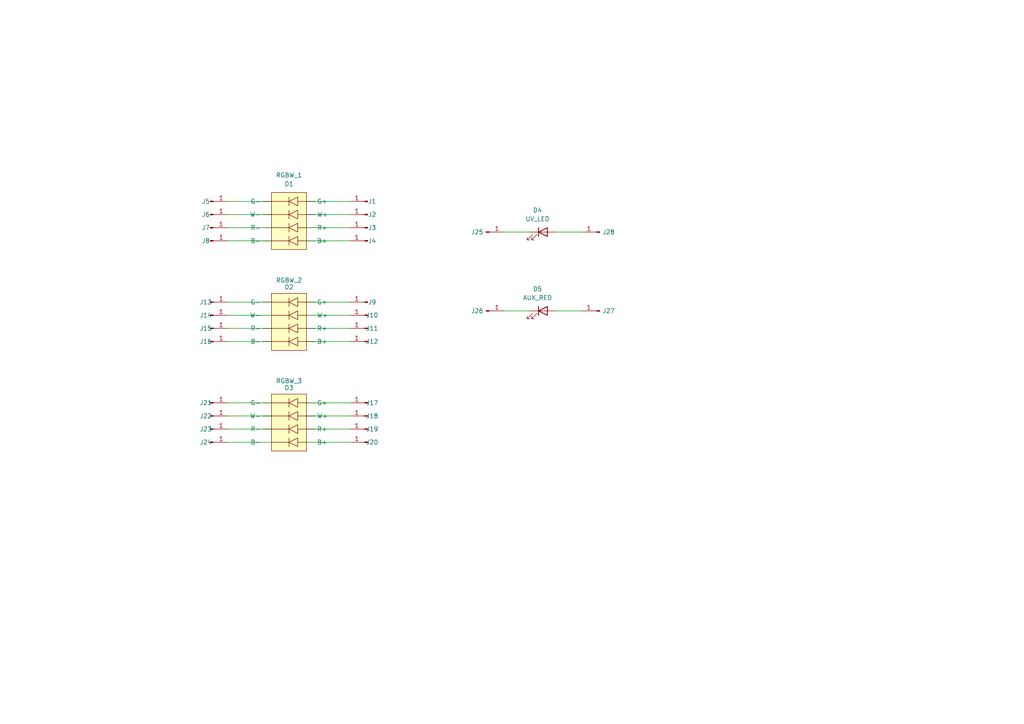
<source format=kicad_sch>
(kicad_sch (version 20230121) (generator eeschema)
  (paper "A4")
  (lib_symbols
    (symbol "Connector:Conn_01x01_Pin" (pin_names (offset 1.016) hide)
      (property "Reference" "J" (at 0 2.54 0))
      (property "Value" "Conn_01x01_Pin" (at 0 -2.54 0))
      (symbol "Conn_01x01_Pin_1_1"
        (polyline (pts (xy 1.27 0) (xy 0.8636 0)) (stroke (width 0.1524)))
        (rectangle (start 0.8636 0.127) (end 0 -0.127) (stroke (width 0.1524)) (fill (type outline)))
        (pin passive line (at 5.08 0 180) (length 3.81) (name "Pin_1") (number "1"))
      )
    )
    (symbol "Device:LED" (pin_numbers hide) (pin_names (offset 1.016) hide)
      (property "Reference" "D" (at 0 2.54 0))
      (property "Value" "LED" (at 0 -2.54 0))
      (symbol "LED_0_1"
        (polyline (pts (xy -1.27 -1.27) (xy -1.27 1.27)) (stroke (width 0.254)))
        (polyline (pts (xy -1.27 0) (xy 1.27 0)))
        (polyline (pts (xy 1.27 -1.27) (xy 1.27 1.27) (xy -1.27 0) (xy 1.27 -1.27)) (stroke (width 0.254)))
        (polyline (pts (xy -3.048 -0.762) (xy -4.572 -2.286) (xy -3.81 -2.286) (xy -4.572 -2.286) (xy -4.572 -1.524)))
        (polyline (pts (xy -1.778 -0.762) (xy -3.302 -2.286) (xy -2.54 -2.286) (xy -3.302 -2.286) (xy -3.302 -1.524)))
      )
      (symbol "LED_1_1"
        (pin passive line (at -3.81 0 0) (length 2.54) (name "K") (number "1"))
        (pin passive line (at 3.81 0 180) (length 2.54) (name "A") (number "2"))
      )
    )
    (symbol "LED_RGBW_1" (pin_numbers hide)
      (property "Reference" "D" (at 6.35 0 0))
      (symbol "LED_RGBW_1_0_1"
        (polyline (pts (xy 1.27 -3.81) (xy 6.35 -3.81)))
        (polyline (pts (xy 6.35 -16.51) (xy 6.35 -13.97)))
        (polyline (pts (xy 6.35 -15.24) (xy 1.27 -15.24)))
        (polyline (pts (xy 6.35 -12.7) (xy 6.35 -10.16)))
        (polyline (pts (xy 6.35 -11.43) (xy 1.27 -11.43)))
        (polyline (pts (xy 6.35 -8.89) (xy 6.35 -6.35)))
        (polyline (pts (xy 6.35 -7.62) (xy 1.27 -7.62)))
        (polyline (pts (xy 6.35 -5.08) (xy 6.35 -2.54)))
        (polyline (pts (xy 8.89 -7.62) (xy 8.89 -7.62)))
        (polyline (pts (xy 8.89 -3.81) (xy 11.43 -3.81)))
        (polyline (pts (xy 11.43 -15.24) (xy 8.89 -15.24)))
        (polyline (pts (xy 11.43 -11.43) (xy 8.89 -11.43)))
        (polyline (pts (xy 11.43 -7.62) (xy 8.89 -7.62)))
        (polyline (pts (xy 8.89 -13.97) (xy 6.35 -15.24) (xy 8.89 -16.51) (xy 8.89 -13.97)))
        (polyline (pts (xy 8.89 -10.16) (xy 6.35 -11.43) (xy 8.89 -12.7) (xy 8.89 -10.16)))
        (polyline (pts (xy 8.89 -6.35) (xy 6.35 -7.62) (xy 8.89 -8.89) (xy 8.89 -6.35)))
        (polyline (pts (xy 8.89 -2.54) (xy 6.35 -3.81) (xy 8.89 -5.08) (xy 8.89 -2.54)))
      )
      (symbol "LED_RGBW_1_1_1"
        (rectangle (start 1.27 -1.27) (end 11.43 -17.78) (fill (type background)))
        (pin input line (at 11.43 -3.81 0) (length 2.54) (name "G+") (number "1"))
        (pin input line (at 11.43 -7.62 0) (length 2.54) (name "W+") (number "2"))
        (pin input line (at 11.43 -11.43 0) (length 2.54) (name "R+") (number "3"))
        (pin input line (at 11.43 -15.24 0) (length 2.54) (name "B+") (number "4"))
        (pin output line (at 1.27 -3.81 180) (length 2.54) (name "G-") (number "5"))
        (pin output line (at 1.27 -7.62 180) (length 2.54) (name "W-") (number "6"))
        (pin output line (at 1.27 -11.43 180) (length 2.54) (name "R-") (number "7"))
        (pin output line (at 1.27 -15.24 180) (length 2.54) (name "B-") (number "8"))
      )
    )
    (symbol "LED_RGBW_2" (pin_numbers hide)
      (property "Reference" "D" (at 6.35 0 0))
      (symbol "LED_RGBW_2_0_1"
        (polyline (pts (xy 1.27 -3.81) (xy 6.35 -3.81)))
        (polyline (pts (xy 6.35 -16.51) (xy 6.35 -13.97)))
        (polyline (pts (xy 6.35 -15.24) (xy 1.27 -15.24)))
        (polyline (pts (xy 6.35 -12.7) (xy 6.35 -10.16)))
        (polyline (pts (xy 6.35 -11.43) (xy 1.27 -11.43)))
        (polyline (pts (xy 6.35 -8.89) (xy 6.35 -6.35)))
        (polyline (pts (xy 6.35 -7.62) (xy 1.27 -7.62)))
        (polyline (pts (xy 6.35 -5.08) (xy 6.35 -2.54)))
        (polyline (pts (xy 8.89 -7.62) (xy 8.89 -7.62)))
        (polyline (pts (xy 8.89 -3.81) (xy 11.43 -3.81)))
        (polyline (pts (xy 11.43 -15.24) (xy 8.89 -15.24)))
        (polyline (pts (xy 11.43 -11.43) (xy 8.89 -11.43)))
        (polyline (pts (xy 11.43 -7.62) (xy 8.89 -7.62)))
        (polyline (pts (xy 8.89 -13.97) (xy 6.35 -15.24) (xy 8.89 -16.51) (xy 8.89 -13.97)))
        (polyline (pts (xy 8.89 -10.16) (xy 6.35 -11.43) (xy 8.89 -12.7) (xy 8.89 -10.16)))
        (polyline (pts (xy 8.89 -6.35) (xy 6.35 -7.62) (xy 8.89 -8.89) (xy 8.89 -6.35)))
        (polyline (pts (xy 8.89 -2.54) (xy 6.35 -3.81) (xy 8.89 -5.08) (xy 8.89 -2.54)))
      )
      (symbol "LED_RGBW_2_1_1"
        (rectangle (start 1.27 -1.27) (end 11.43 -17.78) (fill (type background)))
        (pin input line (at 11.43 -3.81 0) (length 2.54) (name "G+") (number "1"))
        (pin input line (at 11.43 -7.62 0) (length 2.54) (name "W+") (number "2"))
        (pin input line (at 11.43 -11.43 0) (length 2.54) (name "R+") (number "3"))
        (pin input line (at 11.43 -15.24 0) (length 2.54) (name "B+") (number "4"))
        (pin output line (at 1.27 -3.81 180) (length 2.54) (name "G-") (number "5"))
        (pin output line (at 1.27 -7.62 180) (length 2.54) (name "W-") (number "6"))
        (pin output line (at 1.27 -11.43 180) (length 2.54) (name "R-") (number "7"))
        (pin output line (at 1.27 -15.24 180) (length 2.54) (name "B-") (number "8"))
      )
    )
  )
  (wire (pts (xy 78.74 87.63) (xy 66.04 87.63)))
  (wire (pts (xy 78.74 62.23) (xy 66.04 62.23)))
  (wire (pts (xy 78.74 99.06) (xy 66.04 99.06)))
  (wire (pts (xy 146.05 67.31) (xy 153.67 67.31)))
  (wire (pts (xy 78.74 128.27) (xy 66.04 128.27)))
  (wire (pts (xy 88.9 91.44) (xy 101.6 91.44)))
  (wire (pts (xy 78.74 95.25) (xy 66.04 95.25)))
  (wire (pts (xy 78.74 116.84) (xy 66.04 116.84)))
  (wire (pts (xy 88.9 62.23) (xy 101.6 62.23)))
  (wire (pts (xy 168.91 67.31) (xy 161.29 67.31)))
  (wire (pts (xy 88.9 95.25) (xy 101.6 95.25)))
  (wire (pts (xy 168.91 90.17) (xy 161.29 90.17)))
  (wire (pts (xy 88.9 128.27) (xy 101.6 128.27)))
  (wire (pts (xy 88.9 99.06) (xy 101.6 99.06)))
  (wire (pts (xy 78.74 120.65) (xy 66.04 120.65)))
  (wire (pts (xy 146.05 90.17) (xy 153.67 90.17)))
  (wire (pts (xy 78.74 69.85) (xy 66.04 69.85)))
  (wire (pts (xy 88.9 66.04) (xy 101.6 66.04)))
  (wire (pts (xy 78.74 91.44) (xy 66.04 91.44)))
  (wire (pts (xy 88.9 120.65) (xy 101.6 120.65)))
  (wire (pts (xy 78.74 124.46) (xy 66.04 124.46)))
  (wire (pts (xy 88.9 87.63) (xy 101.6 87.63)))
  (wire (pts (xy 88.9 116.84) (xy 101.6 116.84)))
  (wire (pts (xy 78.74 66.04) (xy 66.04 66.04)))
  (wire (pts (xy 88.9 124.46) (xy 101.6 124.46)))
  (wire (pts (xy 88.9 58.42) (xy 101.6 58.42)))
  (wire (pts (xy 78.74 58.42) (xy 66.04 58.42)))
  (wire (pts (xy 88.9 69.85) (xy 101.6 69.85)))
  (symbol (lib_id "Connector:Conn_01x01_Pin") (at 106.68 95.25 0) (mirror y) (unit 1)
    (property "Reference" "J11" (at 107.95 95.25 0))
    (property "Value" "R2+" (effects hide))
    (property "Footprint" "my_library:LED_Pad" (effects hide))
  )
  (symbol (lib_id "Connector:Conn_01x01_Pin") (at 60.96 62.23 0) (unit 1)
    (property "Reference" "J6" (at 59.69 62.23 0))
    (property "Value" "W1-" (effects hide))
    (property "Footprint" "my_library:LED_Pad" (effects hide))
  )
  (symbol (lib_id "Connector:Conn_01x01_Pin") (at 60.96 99.06 0) (unit 1)
    (property "Reference" "J16" (at 59.69 99.06 0))
    (property "Value" "B2-" (effects hide))
    (property "Footprint" "my_library:LED_Pad" (effects hide))
  )
  (symbol (lib_id "Connector:Conn_01x01_Pin") (at 60.96 116.84 0) (unit 1)
    (property "Reference" "J21" (at 59.69 116.84 0))
    (property "Value" "G3-" (effects hide))
    (property "Footprint" "my_library:LED_Pad" (effects hide))
  )
  (symbol (lib_id "Connector:Conn_01x01_Pin") (at 173.99 90.17 0) (mirror y) (unit 1)
    (property "Reference" "J27" (at 176.53 90.17 0))
    (property "Value" "A_R+" (effects hide))
    (property "Footprint" "my_library:LED_Pad" (effects hide))
  )
  (symbol (lib_id "Connector:Conn_01x01_Pin") (at 60.96 95.25 0) (unit 1)
    (property "Reference" "J15" (at 59.69 95.25 0))
    (property "Value" "R2-" (effects hide))
    (property "Footprint" "my_library:LED_Pad" (effects hide))
  )
  (symbol (lib_id "Connector:Conn_01x01_Pin") (at 60.96 91.44 0) (unit 1)
    (property "Reference" "J14" (at 59.69 91.44 0))
    (property "Value" "W2-" (effects hide))
    (property "Footprint" "my_library:LED_Pad" (effects hide))
  )
  (symbol (lib_id "Connector:Conn_01x01_Pin") (at 140.97 67.31 0) (unit 1)
    (property "Reference" "J25" (at 138.43 67.31 0))
    (property "Value" "UV-" (effects hide))
    (property "Footprint" "my_library:LED_Pad" (effects hide))
  )
  (symbol (lib_id "Connector:Conn_01x01_Pin") (at 106.68 116.84 0) (mirror y) (unit 1)
    (property "Reference" "J17" (at 107.95 116.84 0))
    (property "Value" "G3+" (effects hide))
    (property "Footprint" "my_library:LED_Pad" (effects hide))
  )
  (symbol (lib_id "Connector:Conn_01x01_Pin") (at 106.68 58.42 0) (mirror y) (unit 1)
    (property "Reference" "J1" (at 107.95 58.42 0))
    (property "Value" "G1+" (effects hide))
    (property "Footprint" "my_library:LED_Pad" (effects hide))
  )
  (symbol (lib_id "Connector:Conn_01x01_Pin") (at 106.68 99.06 0) (mirror y) (unit 1)
    (property "Reference" "J12" (at 107.95 99.06 0))
    (property "Value" "B2+" (effects hide))
    (property "Footprint" "my_library:LED_Pad" (effects hide))
  )
  (symbol (lib_id "Connector:Conn_01x01_Pin") (at 60.96 124.46 0) (unit 1)
    (property "Reference" "J23" (at 59.69 124.46 0))
    (property "Value" "R3-" (effects hide))
    (property "Footprint" "my_library:LED_Pad" (effects hide))
  )
  (symbol (lib_id "Connector:Conn_01x01_Pin") (at 106.68 69.85 0) (mirror y) (unit 1)
    (property "Reference" "J4" (at 107.95 69.85 0))
    (property "Value" "B1+" (effects hide))
    (property "Footprint" "my_library:LED_Pad" (effects hide))
  )
  (symbol (lib_id "Connector:Conn_01x01_Pin") (at 106.68 87.63 0) (mirror y) (unit 1)
    (property "Reference" "J9" (at 107.95 87.63 0))
    (property "Value" "G2+" (effects hide))
    (property "Footprint" "my_library:LED_Pad" (effects hide))
  )
  (symbol (lib_id "Connector:Conn_01x01_Pin") (at 106.68 128.27 0) (mirror y) (unit 1)
    (property "Reference" "J20" (at 107.95 128.27 0))
    (property "Value" "B3+" (effects hide))
    (property "Footprint" "my_library:LED_Pad" (effects hide))
  )
  (symbol (lib_name "LED_RGBW_2") (lib_id "Custom:LED_RGBW") (at 77.47 83.82 0) (unit 1)
    (property "Reference" "D2" (at 83.82 82.55 0) (effects (justify top)))
    (property "Value" "RGBW_2" (at 83.82 81.28 0))
    (property "Footprint" "my_library:LED_SOIC_RGBW" (effects hide))
  )
  (symbol (lib_id "Connector:Conn_01x01_Pin") (at 106.68 62.23 0) (mirror y) (unit 1)
    (property "Reference" "J2" (at 107.95 62.23 0))
    (property "Value" "W1+" (effects hide))
    (property "Footprint" "my_library:LED_Pad" (effects hide))
  )
  (symbol (lib_id "Connector:Conn_01x01_Pin") (at 60.96 128.27 0) (unit 1)
    (property "Reference" "J24" (at 59.69 128.27 0))
    (property "Value" "B3-" (effects hide))
    (property "Footprint" "my_library:LED_Pad" (effects hide))
  )
  (symbol (lib_id "Connector:Conn_01x01_Pin") (at 106.68 91.44 0) (mirror y) (unit 1)
    (property "Reference" "J10" (at 107.95 91.44 0))
    (property "Value" "W2+" (effects hide))
    (property "Footprint" "my_library:LED_Pad" (effects hide))
  )
  (symbol (lib_id "Connector:Conn_01x01_Pin") (at 173.99 67.31 0) (mirror y) (unit 1)
    (property "Reference" "J28" (at 176.53 67.31 0))
    (property "Value" "UV+" (effects hide))
    (property "Footprint" "my_library:LED_Pad" (effects hide))
  )
  (symbol (lib_id "Connector:Conn_01x01_Pin") (at 106.68 120.65 0) (mirror y) (unit 1)
    (property "Reference" "J18" (at 107.95 120.65 0))
    (property "Value" "W3+" (effects hide))
    (property "Footprint" "my_library:LED_Pad" (effects hide))
  )
  (symbol (lib_id "Connector:Conn_01x01_Pin") (at 60.96 120.65 0) (unit 1)
    (property "Reference" "J22" (at 59.69 120.65 0))
    (property "Value" "W3-" (effects hide))
    (property "Footprint" "my_library:LED_Pad" (effects hide))
  )
  (symbol (lib_id "Connector:Conn_01x01_Pin") (at 60.96 66.04 0) (unit 1)
    (property "Reference" "J7" (at 59.69 66.04 0))
    (property "Value" "R1-" (effects hide))
    (property "Footprint" "my_library:LED_Pad" (effects hide))
  )
  (symbol (lib_id "Device:LED") (at 157.48 67.31 0) (unit 1)
    (property "Reference" "D4" (at 155.8925 60.96 0))
    (property "Value" "UV_LED" (at 155.8925 63.5 0))
    (property "Footprint" "my_library:Red_LED_5W" (effects hide))
  )
  (symbol (lib_id "Connector:Conn_01x01_Pin") (at 106.68 66.04 0) (mirror y) (unit 1)
    (property "Reference" "J3" (at 107.95 66.04 0))
    (property "Value" "R1+" (effects hide))
    (property "Footprint" "my_library:LED_Pad" (effects hide))
  )
  (symbol (lib_id "Connector:Conn_01x01_Pin") (at 60.96 69.85 0) (unit 1)
    (property "Reference" "J8" (at 59.69 69.85 0))
    (property "Value" "B1-" (effects hide))
    (property "Footprint" "my_library:LED_Pad" (effects hide))
  )
  (symbol (lib_id "Device:LED") (at 157.48 90.17 0) (unit 1)
    (property "Reference" "D5" (at 155.8925 83.82 0))
    (property "Value" "AUX_RED" (at 155.8925 86.36 0))
    (property "Footprint" "my_library:Red_LED_5W" (effects hide))
  )
  (symbol (lib_name "LED_RGBW_1") (lib_id "Custom:LED_RGBW") (at 77.47 113.03 0) (unit 1)
    (property "Reference" "D3" (at 83.82 111.76 0) (effects (justify top)))
    (property "Value" "RGBW_3" (at 83.82 110.49 0))
    (property "Footprint" "my_library:LED_SOIC_RGBW" (effects hide))
  )
  (symbol (lib_name "LED_RGBW_1") (lib_id "Custom:LED_RGBW") (at 77.47 54.61 0) (unit 1)
    (property "Reference" "D1" (at 83.82 53.34 0))
    (property "Value" "RGBW_1" (at 83.82 50.8 0))
    (property "Footprint" "my_library:LED_SOIC_RGBW" (effects hide))
  )
  (symbol (lib_id "Connector:Conn_01x01_Pin") (at 106.68 124.46 0) (mirror y) (unit 1)
    (property "Reference" "J19" (at 107.95 124.46 0))
    (property "Value" "R3+" (effects hide))
    (property "Footprint" "my_library:LED_Pad" (effects hide))
  )
  (symbol (lib_id "Connector:Conn_01x01_Pin") (at 60.96 58.42 0) (unit 1)
    (property "Reference" "J5" (at 59.69 58.42 0))
    (property "Value" "G1-" (effects hide))
    (property "Footprint" "my_library:LED_Pad" (effects hide))
  )
  (symbol (lib_id "Connector:Conn_01x01_Pin") (at 60.96 87.63 0) (unit 1)
    (property "Reference" "J13" (at 59.69 87.63 0))
    (property "Value" "G2-" (effects hide))
    (property "Footprint" "my_library:LED_Pad" (effects hide))
  )
  (symbol (lib_id "Connector:Conn_01x01_Pin") (at 140.97 90.17 0) (unit 1)
    (property "Reference" "J26" (at 138.43 90.17 0))
    (property "Value" "A_R-" (effects hide))
    (property "Footprint" "my_library:LED_Pad" (effects hide))
  )
)
</source>
